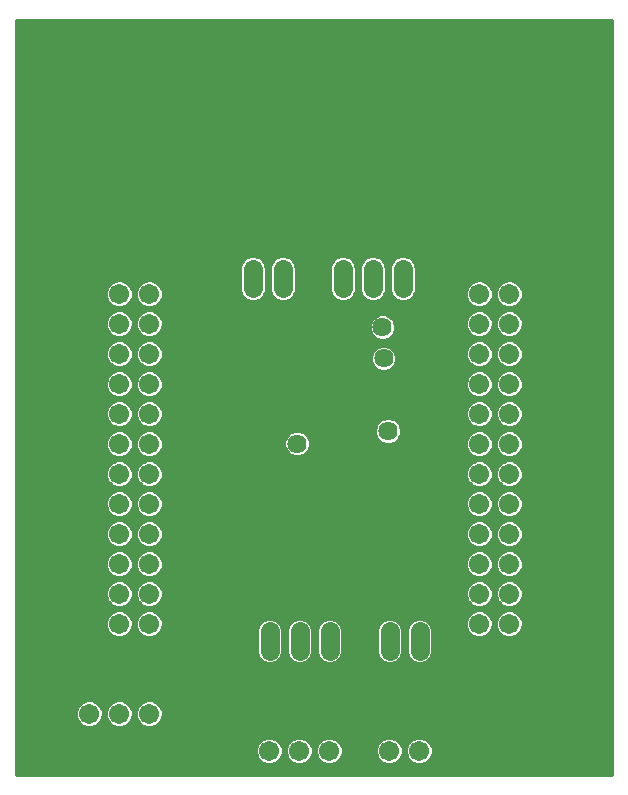
<source format=gbl>
G75*
G70*
%OFA0B0*%
%FSLAX24Y24*%
%IPPOS*%
%LPD*%
%AMOC8*
5,1,8,0,0,1.08239X$1,22.5*
%
%ADD10C,0.0673*%
%ADD11C,0.1400*%
%ADD12C,0.0640*%
%ADD13C,0.0640*%
%ADD14C,0.0160*%
D10*
X003050Y002650D03*
X004050Y002650D03*
X005050Y002650D03*
X007050Y001400D03*
X008050Y001400D03*
X009050Y001400D03*
X010050Y001400D03*
X011050Y001400D03*
X012050Y001400D03*
X013050Y001400D03*
X014050Y001400D03*
X016050Y002650D03*
X017050Y002650D03*
X018050Y002650D03*
X018050Y005650D03*
X018050Y006650D03*
X018050Y007650D03*
X018050Y008650D03*
X018050Y009650D03*
X018050Y010650D03*
X018050Y011650D03*
X018050Y012650D03*
X018050Y013650D03*
X018050Y014650D03*
X018050Y015650D03*
X018050Y016650D03*
X017050Y016650D03*
X016050Y016650D03*
X016050Y015650D03*
X016050Y014650D03*
X016050Y013650D03*
X016050Y012650D03*
X016050Y011650D03*
X016050Y010650D03*
X016050Y009650D03*
X016050Y008650D03*
X016050Y007650D03*
X016050Y006650D03*
X016050Y005650D03*
X017050Y005650D03*
X017050Y006650D03*
X017050Y007650D03*
X017050Y008650D03*
X017050Y009650D03*
X017050Y010650D03*
X017050Y011650D03*
X017050Y012650D03*
X017050Y013650D03*
X017050Y014650D03*
X017050Y015650D03*
X005050Y015650D03*
X004050Y015650D03*
X004050Y016650D03*
X005050Y016650D03*
X005050Y014650D03*
X004050Y014650D03*
X004050Y013650D03*
X004050Y012650D03*
X004050Y011650D03*
X004050Y010650D03*
X004050Y009650D03*
X004050Y008650D03*
X004050Y007650D03*
X004050Y006650D03*
X004050Y005650D03*
X005050Y005650D03*
X005050Y006650D03*
X005050Y007650D03*
X005050Y008650D03*
X005050Y009650D03*
X005050Y010650D03*
X005050Y011650D03*
X005050Y012650D03*
X005050Y013650D03*
X003050Y013650D03*
X003050Y014650D03*
X003050Y015650D03*
X003050Y016650D03*
X003050Y012650D03*
X003050Y011650D03*
X003050Y010650D03*
X003050Y009650D03*
X003050Y008650D03*
X003050Y007650D03*
X003050Y006650D03*
X003050Y005650D03*
D11*
X001300Y001400D03*
X001300Y018900D03*
X019800Y018900D03*
X019800Y001400D03*
D12*
X013000Y012070D03*
X012860Y014490D03*
X012820Y015530D03*
X009980Y011650D03*
D13*
X009500Y016830D02*
X009500Y017470D01*
X010500Y017470D02*
X010500Y016830D01*
X011500Y016830D02*
X011500Y017470D01*
X012500Y017470D02*
X012500Y016830D01*
X013500Y016830D02*
X013500Y017470D01*
X008500Y017470D02*
X008500Y016830D01*
X009060Y005390D02*
X009060Y004750D01*
X010060Y004750D02*
X010060Y005390D01*
X011060Y005390D02*
X011060Y004750D01*
X012060Y004750D02*
X012060Y005390D01*
X013060Y005390D02*
X013060Y004750D01*
X014060Y004750D02*
X014060Y005390D01*
D14*
X000650Y000650D02*
X000650Y025730D01*
X020430Y025730D01*
X020430Y000650D01*
X000650Y000650D01*
X000650Y000783D02*
X020430Y000783D01*
X020430Y000941D02*
X014188Y000941D01*
X014145Y000923D02*
X014320Y000996D01*
X014454Y001130D01*
X014527Y001305D01*
X014527Y001495D01*
X014454Y001670D01*
X014320Y001804D01*
X014145Y001876D01*
X013956Y001876D01*
X013780Y001804D01*
X013646Y001670D01*
X013574Y001495D01*
X013574Y001305D01*
X013646Y001130D01*
X013780Y000996D01*
X013956Y000923D01*
X014145Y000923D01*
X013913Y000941D02*
X013188Y000941D01*
X013145Y000923D02*
X013320Y000996D01*
X013454Y001130D01*
X013527Y001305D01*
X013527Y001495D01*
X013454Y001670D01*
X013320Y001804D01*
X013145Y001876D01*
X012956Y001876D01*
X012780Y001804D01*
X012646Y001670D01*
X012574Y001495D01*
X012574Y001305D01*
X012646Y001130D01*
X012780Y000996D01*
X012956Y000923D01*
X013145Y000923D01*
X012913Y000941D02*
X011188Y000941D01*
X011145Y000923D02*
X011320Y000996D01*
X011454Y001130D01*
X011527Y001305D01*
X011527Y001495D01*
X011454Y001670D01*
X011320Y001804D01*
X011145Y001876D01*
X010956Y001876D01*
X010780Y001804D01*
X010646Y001670D01*
X010574Y001495D01*
X010574Y001305D01*
X010646Y001130D01*
X010780Y000996D01*
X010956Y000923D01*
X011145Y000923D01*
X010913Y000941D02*
X010188Y000941D01*
X010145Y000923D02*
X010320Y000996D01*
X010454Y001130D01*
X010527Y001305D01*
X010527Y001495D01*
X010454Y001670D01*
X010320Y001804D01*
X010145Y001876D01*
X009956Y001876D01*
X009780Y001804D01*
X009646Y001670D01*
X009574Y001495D01*
X009574Y001305D01*
X009646Y001130D01*
X009780Y000996D01*
X009956Y000923D01*
X010145Y000923D01*
X009913Y000941D02*
X009188Y000941D01*
X009145Y000923D02*
X009320Y000996D01*
X009454Y001130D01*
X009527Y001305D01*
X009527Y001495D01*
X009454Y001670D01*
X009320Y001804D01*
X009145Y001876D01*
X008956Y001876D01*
X008780Y001804D01*
X008646Y001670D01*
X008574Y001495D01*
X008574Y001305D01*
X008646Y001130D01*
X008780Y000996D01*
X008956Y000923D01*
X009145Y000923D01*
X008913Y000941D02*
X000650Y000941D01*
X000650Y001100D02*
X008677Y001100D01*
X008593Y001258D02*
X000650Y001258D01*
X000650Y001417D02*
X008574Y001417D01*
X008607Y001575D02*
X000650Y001575D01*
X000650Y001734D02*
X008710Y001734D01*
X009390Y001734D02*
X009710Y001734D01*
X009607Y001575D02*
X009493Y001575D01*
X009527Y001417D02*
X009574Y001417D01*
X009593Y001258D02*
X009507Y001258D01*
X009424Y001100D02*
X009677Y001100D01*
X010424Y001100D02*
X010677Y001100D01*
X010593Y001258D02*
X010507Y001258D01*
X010527Y001417D02*
X010574Y001417D01*
X010607Y001575D02*
X010493Y001575D01*
X010390Y001734D02*
X010710Y001734D01*
X011390Y001734D02*
X012710Y001734D01*
X012607Y001575D02*
X011493Y001575D01*
X011527Y001417D02*
X012574Y001417D01*
X012593Y001258D02*
X011507Y001258D01*
X011424Y001100D02*
X012677Y001100D01*
X013424Y001100D02*
X013677Y001100D01*
X013593Y001258D02*
X013507Y001258D01*
X013527Y001417D02*
X013574Y001417D01*
X013607Y001575D02*
X013493Y001575D01*
X013390Y001734D02*
X013710Y001734D01*
X014390Y001734D02*
X020430Y001734D01*
X020430Y001892D02*
X000650Y001892D01*
X000650Y002051D02*
X020430Y002051D01*
X020430Y002210D02*
X005232Y002210D01*
X005145Y002173D02*
X005320Y002246D01*
X005454Y002380D01*
X005527Y002555D01*
X005527Y002745D01*
X005454Y002920D01*
X005320Y003054D01*
X005145Y003126D01*
X004956Y003126D01*
X004780Y003054D01*
X004646Y002920D01*
X004574Y002745D01*
X004574Y002555D01*
X004646Y002380D01*
X004780Y002246D01*
X004956Y002173D01*
X005145Y002173D01*
X004868Y002210D02*
X004232Y002210D01*
X004145Y002173D02*
X004320Y002246D01*
X004454Y002380D01*
X004527Y002555D01*
X004527Y002745D01*
X004454Y002920D01*
X004320Y003054D01*
X004145Y003126D01*
X003956Y003126D01*
X003780Y003054D01*
X003646Y002920D01*
X003574Y002745D01*
X003574Y002555D01*
X003646Y002380D01*
X003780Y002246D01*
X003956Y002173D01*
X004145Y002173D01*
X003868Y002210D02*
X003232Y002210D01*
X003145Y002173D02*
X003320Y002246D01*
X003454Y002380D01*
X003527Y002555D01*
X003527Y002745D01*
X003454Y002920D01*
X003320Y003054D01*
X003145Y003126D01*
X002956Y003126D01*
X002780Y003054D01*
X002646Y002920D01*
X002574Y002745D01*
X002574Y002555D01*
X002646Y002380D01*
X002780Y002246D01*
X002956Y002173D01*
X003145Y002173D01*
X002868Y002210D02*
X000650Y002210D01*
X000650Y002368D02*
X002658Y002368D01*
X002586Y002527D02*
X000650Y002527D01*
X000650Y002685D02*
X002574Y002685D01*
X002615Y002844D02*
X000650Y002844D01*
X000650Y003002D02*
X002729Y003002D01*
X003372Y003002D02*
X003729Y003002D01*
X003615Y002844D02*
X003486Y002844D01*
X003527Y002685D02*
X003574Y002685D01*
X003586Y002527D02*
X003515Y002527D01*
X003442Y002368D02*
X003658Y002368D01*
X004372Y003002D02*
X004729Y003002D01*
X004615Y002844D02*
X004486Y002844D01*
X004527Y002685D02*
X004574Y002685D01*
X004586Y002527D02*
X004515Y002527D01*
X004442Y002368D02*
X004658Y002368D01*
X005442Y002368D02*
X020430Y002368D01*
X020430Y002527D02*
X005515Y002527D01*
X005527Y002685D02*
X020430Y002685D01*
X020430Y002844D02*
X005486Y002844D01*
X005372Y003002D02*
X020430Y003002D01*
X020430Y003161D02*
X000650Y003161D01*
X000650Y003319D02*
X020430Y003319D01*
X020430Y003478D02*
X000650Y003478D01*
X000650Y003636D02*
X020430Y003636D01*
X020430Y003795D02*
X000650Y003795D01*
X000650Y003954D02*
X020430Y003954D01*
X020430Y004112D02*
X000650Y004112D01*
X000650Y004271D02*
X020430Y004271D01*
X020430Y004429D02*
X014390Y004429D01*
X014450Y004489D02*
X014520Y004658D01*
X014520Y005481D01*
X014450Y005650D01*
X014321Y005780D01*
X014152Y005850D01*
X013969Y005850D01*
X013800Y005780D01*
X013670Y005650D01*
X013600Y005481D01*
X013600Y004658D01*
X013670Y004489D01*
X013800Y004360D01*
X013969Y004290D01*
X014152Y004290D01*
X014321Y004360D01*
X014450Y004489D01*
X014491Y004588D02*
X020430Y004588D01*
X020430Y004746D02*
X014520Y004746D01*
X014520Y004905D02*
X020430Y004905D01*
X020430Y005063D02*
X014520Y005063D01*
X014520Y005222D02*
X015839Y005222D01*
X015780Y005246D02*
X015956Y005173D01*
X016145Y005173D01*
X016320Y005246D01*
X016454Y005380D01*
X016527Y005555D01*
X016527Y005745D01*
X016454Y005920D01*
X016320Y006054D01*
X016145Y006126D01*
X015956Y006126D01*
X015780Y006054D01*
X015646Y005920D01*
X015574Y005745D01*
X015574Y005555D01*
X015646Y005380D01*
X015780Y005246D01*
X015646Y005380D02*
X014520Y005380D01*
X014496Y005539D02*
X015580Y005539D01*
X015574Y005697D02*
X014403Y005697D01*
X013717Y005697D02*
X013403Y005697D01*
X013450Y005650D02*
X013321Y005780D01*
X013152Y005850D01*
X012969Y005850D01*
X012800Y005780D01*
X012670Y005650D01*
X012600Y005481D01*
X012600Y004658D01*
X012670Y004489D01*
X012800Y004360D01*
X012969Y004290D01*
X013152Y004290D01*
X013321Y004360D01*
X013450Y004489D01*
X013520Y004658D01*
X013520Y005481D01*
X013450Y005650D01*
X013496Y005539D02*
X013624Y005539D01*
X013600Y005380D02*
X013520Y005380D01*
X013520Y005222D02*
X013600Y005222D01*
X013600Y005063D02*
X013520Y005063D01*
X013520Y004905D02*
X013600Y004905D01*
X013600Y004746D02*
X013520Y004746D01*
X013491Y004588D02*
X013630Y004588D01*
X013731Y004429D02*
X013390Y004429D01*
X012731Y004429D02*
X011390Y004429D01*
X011450Y004489D02*
X011520Y004658D01*
X011520Y005481D01*
X011450Y005650D01*
X011321Y005780D01*
X011152Y005850D01*
X010969Y005850D01*
X010800Y005780D01*
X010670Y005650D01*
X010600Y005481D01*
X010600Y004658D01*
X010670Y004489D01*
X010800Y004360D01*
X010969Y004290D01*
X011152Y004290D01*
X011321Y004360D01*
X011450Y004489D01*
X011491Y004588D02*
X012630Y004588D01*
X012600Y004746D02*
X011520Y004746D01*
X011520Y004905D02*
X012600Y004905D01*
X012600Y005063D02*
X011520Y005063D01*
X011520Y005222D02*
X012600Y005222D01*
X012600Y005380D02*
X011520Y005380D01*
X011496Y005539D02*
X012624Y005539D01*
X012717Y005697D02*
X011403Y005697D01*
X010717Y005697D02*
X010403Y005697D01*
X010450Y005650D02*
X010321Y005780D01*
X010152Y005850D01*
X009969Y005850D01*
X009800Y005780D01*
X009670Y005650D01*
X009600Y005481D01*
X009600Y004658D01*
X009670Y004489D01*
X009800Y004360D01*
X009969Y004290D01*
X010152Y004290D01*
X010321Y004360D01*
X010450Y004489D01*
X010520Y004658D01*
X010520Y005481D01*
X010450Y005650D01*
X010496Y005539D02*
X010624Y005539D01*
X010600Y005380D02*
X010520Y005380D01*
X010520Y005222D02*
X010600Y005222D01*
X010600Y005063D02*
X010520Y005063D01*
X010520Y004905D02*
X010600Y004905D01*
X010600Y004746D02*
X010520Y004746D01*
X010491Y004588D02*
X010630Y004588D01*
X010731Y004429D02*
X010390Y004429D01*
X009731Y004429D02*
X009390Y004429D01*
X009450Y004489D02*
X009321Y004360D01*
X009152Y004290D01*
X008969Y004290D01*
X008800Y004360D01*
X008670Y004489D01*
X008600Y004658D01*
X008600Y005481D01*
X008670Y005650D01*
X008800Y005780D01*
X008969Y005850D01*
X009152Y005850D01*
X009321Y005780D01*
X009450Y005650D01*
X009520Y005481D01*
X009520Y004658D01*
X009450Y004489D01*
X009491Y004588D02*
X009630Y004588D01*
X009600Y004746D02*
X009520Y004746D01*
X009520Y004905D02*
X009600Y004905D01*
X009600Y005063D02*
X009520Y005063D01*
X009520Y005222D02*
X009600Y005222D01*
X009600Y005380D02*
X009520Y005380D01*
X009496Y005539D02*
X009624Y005539D01*
X009717Y005697D02*
X009403Y005697D01*
X008717Y005697D02*
X005527Y005697D01*
X005527Y005745D02*
X005454Y005920D01*
X005320Y006054D01*
X005145Y006126D01*
X004956Y006126D01*
X004780Y006054D01*
X004646Y005920D01*
X004574Y005745D01*
X004574Y005555D01*
X004646Y005380D01*
X004780Y005246D01*
X004956Y005173D01*
X005145Y005173D01*
X005320Y005246D01*
X005454Y005380D01*
X005527Y005555D01*
X005527Y005745D01*
X005481Y005856D02*
X015620Y005856D01*
X015741Y006015D02*
X005360Y006015D01*
X005320Y006246D02*
X005145Y006173D01*
X004956Y006173D01*
X004780Y006246D01*
X004646Y006380D01*
X004574Y006555D01*
X004574Y006745D01*
X004646Y006920D01*
X004780Y007054D01*
X004956Y007126D01*
X005145Y007126D01*
X005320Y007054D01*
X005454Y006920D01*
X005527Y006745D01*
X005527Y006555D01*
X005454Y006380D01*
X005320Y006246D01*
X005406Y006332D02*
X015695Y006332D01*
X015646Y006380D02*
X015780Y006246D01*
X015956Y006173D01*
X016145Y006173D01*
X016320Y006246D01*
X016454Y006380D01*
X016527Y006555D01*
X016527Y006745D01*
X016454Y006920D01*
X016320Y007054D01*
X016145Y007126D01*
X015956Y007126D01*
X015780Y007054D01*
X015646Y006920D01*
X015574Y006745D01*
X015574Y006555D01*
X015646Y006380D01*
X015601Y006490D02*
X005500Y006490D01*
X005527Y006649D02*
X015574Y006649D01*
X015600Y006807D02*
X005501Y006807D01*
X005408Y006966D02*
X015692Y006966D01*
X015780Y007246D02*
X015956Y007173D01*
X016145Y007173D01*
X016320Y007246D01*
X016454Y007380D01*
X016527Y007555D01*
X016527Y007745D01*
X016454Y007920D01*
X016320Y008054D01*
X016145Y008126D01*
X015956Y008126D01*
X015780Y008054D01*
X015646Y007920D01*
X015574Y007745D01*
X015574Y007555D01*
X015646Y007380D01*
X015780Y007246D01*
X015743Y007283D02*
X005357Y007283D01*
X005320Y007246D02*
X005454Y007380D01*
X005527Y007555D01*
X005527Y007745D01*
X005454Y007920D01*
X005320Y008054D01*
X005145Y008126D01*
X004956Y008126D01*
X004780Y008054D01*
X004646Y007920D01*
X004574Y007745D01*
X004574Y007555D01*
X004646Y007380D01*
X004780Y007246D01*
X004956Y007173D01*
X005145Y007173D01*
X005320Y007246D01*
X005150Y007124D02*
X015951Y007124D01*
X016150Y007124D02*
X016951Y007124D01*
X016956Y007126D02*
X016780Y007054D01*
X016646Y006920D01*
X016574Y006745D01*
X016574Y006555D01*
X016646Y006380D01*
X016780Y006246D01*
X016956Y006173D01*
X017145Y006173D01*
X017320Y006246D01*
X017454Y006380D01*
X017527Y006555D01*
X017527Y006745D01*
X017454Y006920D01*
X017320Y007054D01*
X017145Y007126D01*
X016956Y007126D01*
X016956Y007173D02*
X017145Y007173D01*
X017320Y007246D01*
X017454Y007380D01*
X017527Y007555D01*
X017527Y007745D01*
X017454Y007920D01*
X017320Y008054D01*
X017145Y008126D01*
X016956Y008126D01*
X016780Y008054D01*
X016646Y007920D01*
X016574Y007745D01*
X016574Y007555D01*
X016646Y007380D01*
X016780Y007246D01*
X016956Y007173D01*
X017150Y007124D02*
X020430Y007124D01*
X020430Y006966D02*
X017408Y006966D01*
X017501Y006807D02*
X020430Y006807D01*
X020430Y006649D02*
X017527Y006649D01*
X017500Y006490D02*
X020430Y006490D01*
X020430Y006332D02*
X017406Y006332D01*
X017320Y006054D02*
X017145Y006126D01*
X016956Y006126D01*
X016780Y006054D01*
X016646Y005920D01*
X016574Y005745D01*
X016574Y005555D01*
X016646Y005380D01*
X016780Y005246D01*
X016956Y005173D01*
X017145Y005173D01*
X017320Y005246D01*
X017454Y005380D01*
X017527Y005555D01*
X017527Y005745D01*
X017454Y005920D01*
X017320Y006054D01*
X017360Y006015D02*
X020430Y006015D01*
X020430Y006173D02*
X000650Y006173D01*
X000650Y006015D02*
X003741Y006015D01*
X003780Y006054D02*
X003646Y005920D01*
X003574Y005745D01*
X003574Y005555D01*
X003646Y005380D01*
X003780Y005246D01*
X003956Y005173D01*
X004145Y005173D01*
X004320Y005246D01*
X004454Y005380D01*
X004527Y005555D01*
X004527Y005745D01*
X004454Y005920D01*
X004320Y006054D01*
X004145Y006126D01*
X003956Y006126D01*
X003780Y006054D01*
X003780Y006246D02*
X003956Y006173D01*
X004145Y006173D01*
X004320Y006246D01*
X004454Y006380D01*
X004527Y006555D01*
X004527Y006745D01*
X004454Y006920D01*
X004320Y007054D01*
X004145Y007126D01*
X003956Y007126D01*
X003780Y007054D01*
X003646Y006920D01*
X003574Y006745D01*
X003574Y006555D01*
X003646Y006380D01*
X003780Y006246D01*
X003695Y006332D02*
X000650Y006332D01*
X000650Y006490D02*
X003601Y006490D01*
X003574Y006649D02*
X000650Y006649D01*
X000650Y006807D02*
X003600Y006807D01*
X003692Y006966D02*
X000650Y006966D01*
X000650Y007124D02*
X003951Y007124D01*
X003956Y007173D02*
X004145Y007173D01*
X004320Y007246D01*
X004454Y007380D01*
X004527Y007555D01*
X004527Y007745D01*
X004454Y007920D01*
X004320Y008054D01*
X004145Y008126D01*
X003956Y008126D01*
X003780Y008054D01*
X003646Y007920D01*
X003574Y007745D01*
X003574Y007555D01*
X003646Y007380D01*
X003780Y007246D01*
X003956Y007173D01*
X004150Y007124D02*
X004951Y007124D01*
X004743Y007283D02*
X004357Y007283D01*
X004480Y007441D02*
X004621Y007441D01*
X004574Y007600D02*
X004527Y007600D01*
X004521Y007759D02*
X004580Y007759D01*
X004645Y007917D02*
X004455Y007917D01*
X004268Y008076D02*
X004833Y008076D01*
X004956Y008173D02*
X004780Y008246D01*
X004646Y008380D01*
X004574Y008555D01*
X004574Y008745D01*
X004646Y008920D01*
X004780Y009054D01*
X004956Y009126D01*
X005145Y009126D01*
X005320Y009054D01*
X005454Y008920D01*
X005527Y008745D01*
X005527Y008555D01*
X005454Y008380D01*
X005320Y008246D01*
X005145Y008173D01*
X004956Y008173D01*
X004809Y008234D02*
X004292Y008234D01*
X004320Y008246D02*
X004454Y008380D01*
X004527Y008555D01*
X004527Y008745D01*
X004454Y008920D01*
X004320Y009054D01*
X004145Y009126D01*
X003956Y009126D01*
X003780Y009054D01*
X003646Y008920D01*
X003574Y008745D01*
X003574Y008555D01*
X003646Y008380D01*
X003780Y008246D01*
X003956Y008173D01*
X004145Y008173D01*
X004320Y008246D01*
X004460Y008393D02*
X004641Y008393D01*
X004575Y008551D02*
X004525Y008551D01*
X004527Y008710D02*
X004574Y008710D01*
X004625Y008868D02*
X004476Y008868D01*
X004347Y009027D02*
X004753Y009027D01*
X004780Y009246D02*
X004956Y009173D01*
X005145Y009173D01*
X005320Y009246D01*
X005454Y009380D01*
X005527Y009555D01*
X005527Y009745D01*
X005454Y009920D01*
X005320Y010054D01*
X005145Y010126D01*
X004956Y010126D01*
X004780Y010054D01*
X004646Y009920D01*
X004574Y009745D01*
X004574Y009555D01*
X004646Y009380D01*
X004780Y009246D01*
X004682Y009344D02*
X004418Y009344D01*
X004454Y009380D02*
X004320Y009246D01*
X004145Y009173D01*
X003956Y009173D01*
X003780Y009246D01*
X003646Y009380D01*
X003574Y009555D01*
X003574Y009745D01*
X003646Y009920D01*
X003780Y010054D01*
X003956Y010126D01*
X004145Y010126D01*
X004320Y010054D01*
X004454Y009920D01*
X004527Y009745D01*
X004527Y009555D01*
X004454Y009380D01*
X004505Y009503D02*
X004596Y009503D01*
X004574Y009661D02*
X004527Y009661D01*
X004496Y009820D02*
X004605Y009820D01*
X004705Y009978D02*
X004396Y009978D01*
X004320Y010246D02*
X004145Y010173D01*
X003956Y010173D01*
X003780Y010246D01*
X003646Y010380D01*
X003574Y010555D01*
X003574Y010745D01*
X003646Y010920D01*
X003780Y011054D01*
X003956Y011126D01*
X004145Y011126D01*
X004320Y011054D01*
X004454Y010920D01*
X004527Y010745D01*
X004527Y010555D01*
X004454Y010380D01*
X004320Y010246D01*
X004370Y010295D02*
X004731Y010295D01*
X004780Y010246D02*
X004646Y010380D01*
X004574Y010555D01*
X004574Y010745D01*
X004646Y010920D01*
X004780Y011054D01*
X004956Y011126D01*
X005145Y011126D01*
X005320Y011054D01*
X005454Y010920D01*
X005527Y010745D01*
X005527Y010555D01*
X005454Y010380D01*
X005320Y010246D01*
X005145Y010173D01*
X004956Y010173D01*
X004780Y010246D01*
X004616Y010454D02*
X004485Y010454D01*
X004527Y010612D02*
X004574Y010612D01*
X004585Y010771D02*
X004516Y010771D01*
X004445Y010929D02*
X004656Y010929D01*
X004863Y011088D02*
X004238Y011088D01*
X004145Y011173D02*
X004320Y011246D01*
X004454Y011380D01*
X004527Y011555D01*
X004527Y011745D01*
X004454Y011920D01*
X004320Y012054D01*
X004145Y012126D01*
X003956Y012126D01*
X003780Y012054D01*
X003646Y011920D01*
X003574Y011745D01*
X003574Y011555D01*
X003646Y011380D01*
X003780Y011246D01*
X003956Y011173D01*
X004145Y011173D01*
X004321Y011246D02*
X004780Y011246D01*
X004956Y011173D01*
X005145Y011173D01*
X005320Y011246D01*
X005454Y011380D01*
X005527Y011555D01*
X005527Y011745D01*
X005454Y011920D01*
X005320Y012054D01*
X005145Y012126D01*
X004956Y012126D01*
X004780Y012054D01*
X004646Y011920D01*
X004574Y011745D01*
X004574Y011555D01*
X004646Y011380D01*
X004780Y011246D01*
X004636Y011405D02*
X004465Y011405D01*
X004527Y011564D02*
X004574Y011564D01*
X004574Y011722D02*
X004527Y011722D01*
X004471Y011881D02*
X004630Y011881D01*
X004766Y012039D02*
X004335Y012039D01*
X004204Y012198D02*
X004897Y012198D01*
X004956Y012173D02*
X005145Y012173D01*
X005320Y012246D01*
X005454Y012380D01*
X005527Y012555D01*
X005527Y012745D01*
X005454Y012920D01*
X005320Y013054D01*
X005145Y013126D01*
X004956Y013126D01*
X004780Y013054D01*
X004646Y012920D01*
X004574Y012745D01*
X004574Y012555D01*
X004646Y012380D01*
X004780Y012246D01*
X004956Y012173D01*
X005204Y012198D02*
X012555Y012198D01*
X012540Y012161D02*
X012540Y011978D01*
X012610Y011809D01*
X012740Y011680D01*
X012909Y011610D01*
X013092Y011610D01*
X013261Y011680D01*
X013390Y011809D01*
X013460Y011978D01*
X013460Y012161D01*
X013390Y012330D01*
X013261Y012460D01*
X013092Y012530D01*
X012909Y012530D01*
X012740Y012460D01*
X012610Y012330D01*
X012540Y012161D01*
X012540Y012039D02*
X010241Y012039D01*
X010241Y012040D02*
X010072Y012110D01*
X009889Y012110D01*
X009720Y012040D01*
X009590Y011910D01*
X009520Y011741D01*
X009520Y011558D01*
X009590Y011389D01*
X009720Y011260D01*
X009889Y011190D01*
X010072Y011190D01*
X010241Y011260D01*
X010370Y011389D01*
X010440Y011558D01*
X010440Y011741D01*
X010370Y011910D01*
X010241Y012040D01*
X010383Y011881D02*
X012581Y011881D01*
X012698Y011722D02*
X010440Y011722D01*
X010440Y011564D02*
X015574Y011564D01*
X015574Y011555D02*
X015646Y011380D01*
X015780Y011246D01*
X015956Y011173D01*
X016145Y011173D01*
X016320Y011246D01*
X016454Y011380D01*
X016527Y011555D01*
X016527Y011745D01*
X016454Y011920D01*
X016320Y012054D01*
X016145Y012126D01*
X015956Y012126D01*
X015780Y012054D01*
X015646Y011920D01*
X015574Y011745D01*
X015574Y011555D01*
X015636Y011405D02*
X010377Y011405D01*
X010208Y011246D02*
X015780Y011246D01*
X015863Y011088D02*
X005238Y011088D01*
X005321Y011246D02*
X009752Y011246D01*
X009584Y011405D02*
X005465Y011405D01*
X005527Y011564D02*
X009520Y011564D01*
X009520Y011722D02*
X005527Y011722D01*
X005471Y011881D02*
X009578Y011881D01*
X009719Y012039D02*
X005335Y012039D01*
X005431Y012356D02*
X012636Y012356D01*
X012872Y012515D02*
X005510Y012515D01*
X005527Y012673D02*
X015574Y012673D01*
X015574Y012745D02*
X015574Y012555D01*
X015646Y012380D01*
X015780Y012246D01*
X015956Y012173D01*
X016145Y012173D01*
X016320Y012246D01*
X016454Y012380D01*
X016527Y012555D01*
X016527Y012745D01*
X016454Y012920D01*
X016320Y013054D01*
X016145Y013126D01*
X015956Y013126D01*
X015780Y013054D01*
X015646Y012920D01*
X015574Y012745D01*
X015610Y012832D02*
X005491Y012832D01*
X005384Y012990D02*
X015717Y012990D01*
X015780Y013246D02*
X015956Y013173D01*
X016145Y013173D01*
X016320Y013246D01*
X016454Y013380D01*
X016527Y013555D01*
X016527Y013745D01*
X016454Y013920D01*
X016320Y014054D01*
X016145Y014126D01*
X015956Y014126D01*
X015780Y014054D01*
X015646Y013920D01*
X015574Y013745D01*
X015574Y013555D01*
X015646Y013380D01*
X015780Y013246D01*
X015719Y013308D02*
X005382Y013308D01*
X005320Y013246D02*
X005454Y013380D01*
X005527Y013555D01*
X005527Y013745D01*
X005454Y013920D01*
X005320Y014054D01*
X005145Y014126D01*
X004956Y014126D01*
X004780Y014054D01*
X004646Y013920D01*
X004574Y013745D01*
X004574Y013555D01*
X004646Y013380D01*
X004780Y013246D01*
X004956Y013173D01*
X005145Y013173D01*
X005320Y013246D01*
X005490Y013466D02*
X015611Y013466D01*
X015574Y013625D02*
X005527Y013625D01*
X005511Y013783D02*
X015590Y013783D01*
X015668Y013942D02*
X005432Y013942D01*
X005208Y014100D02*
X012599Y014100D01*
X012600Y014100D02*
X012769Y014030D01*
X012952Y014030D01*
X013121Y014100D01*
X013250Y014229D01*
X013320Y014398D01*
X013320Y014581D01*
X013250Y014750D01*
X013121Y014880D01*
X012952Y014950D01*
X012769Y014950D01*
X012600Y014880D01*
X012470Y014750D01*
X012400Y014581D01*
X012400Y014398D01*
X012470Y014229D01*
X012600Y014100D01*
X012458Y014259D02*
X005333Y014259D01*
X005320Y014246D02*
X005454Y014380D01*
X005527Y014555D01*
X005527Y014745D01*
X005454Y014920D01*
X005320Y015054D01*
X005145Y015126D01*
X004956Y015126D01*
X004780Y015054D01*
X004646Y014920D01*
X004574Y014745D01*
X004574Y014555D01*
X004646Y014380D01*
X004780Y014246D01*
X004956Y014173D01*
X005145Y014173D01*
X005320Y014246D01*
X005470Y014417D02*
X012400Y014417D01*
X012400Y014576D02*
X005527Y014576D01*
X005527Y014734D02*
X012464Y014734D01*
X012631Y014893D02*
X005465Y014893D01*
X005323Y015052D02*
X015778Y015052D01*
X015780Y015054D02*
X015646Y014920D01*
X015574Y014745D01*
X015574Y014555D01*
X015646Y014380D01*
X015780Y014246D01*
X015956Y014173D01*
X016145Y014173D01*
X016320Y014246D01*
X016454Y014380D01*
X016527Y014555D01*
X016527Y014745D01*
X016454Y014920D01*
X016320Y015054D01*
X016145Y015126D01*
X015956Y015126D01*
X015780Y015054D01*
X015867Y015210D02*
X013151Y015210D01*
X013210Y015269D02*
X013280Y015438D01*
X013280Y015621D01*
X013210Y015790D01*
X013081Y015920D01*
X012912Y015990D01*
X012729Y015990D01*
X012560Y015920D01*
X012430Y015790D01*
X012360Y015621D01*
X012360Y015438D01*
X012430Y015269D01*
X012560Y015140D01*
X012729Y015070D01*
X012912Y015070D01*
X013081Y015140D01*
X013210Y015269D01*
X013251Y015369D02*
X015658Y015369D01*
X015646Y015380D02*
X015780Y015246D01*
X015956Y015173D01*
X016145Y015173D01*
X016320Y015246D01*
X016454Y015380D01*
X016527Y015555D01*
X016527Y015745D01*
X016454Y015920D01*
X016320Y016054D01*
X016145Y016126D01*
X015956Y016126D01*
X015780Y016054D01*
X015646Y015920D01*
X015574Y015745D01*
X015574Y015555D01*
X015646Y015380D01*
X015585Y015527D02*
X013280Y015527D01*
X013254Y015686D02*
X015574Y015686D01*
X015615Y015844D02*
X013156Y015844D01*
X013409Y016370D02*
X013240Y016440D01*
X013110Y016569D01*
X013040Y016738D01*
X013040Y017561D01*
X013110Y017730D01*
X013240Y017860D01*
X013409Y017930D01*
X013592Y017930D01*
X013761Y017860D01*
X013890Y017730D01*
X013960Y017561D01*
X013960Y016738D01*
X013890Y016569D01*
X013761Y016440D01*
X013592Y016370D01*
X013409Y016370D01*
X013201Y016478D02*
X012799Y016478D01*
X012761Y016440D02*
X012890Y016569D01*
X012960Y016738D01*
X012960Y017561D01*
X012890Y017730D01*
X012761Y017860D01*
X012592Y017930D01*
X012409Y017930D01*
X012240Y017860D01*
X012110Y017730D01*
X012040Y017561D01*
X012040Y016738D01*
X012110Y016569D01*
X012240Y016440D01*
X012409Y016370D01*
X012592Y016370D01*
X012761Y016440D01*
X012918Y016637D02*
X013082Y016637D01*
X013040Y016796D02*
X012960Y016796D01*
X012960Y016954D02*
X013040Y016954D01*
X013040Y017113D02*
X012960Y017113D01*
X012960Y017271D02*
X013040Y017271D01*
X013040Y017430D02*
X012960Y017430D01*
X012949Y017588D02*
X013051Y017588D01*
X013127Y017747D02*
X012874Y017747D01*
X012651Y017905D02*
X013349Y017905D01*
X013651Y017905D02*
X020430Y017905D01*
X020430Y017747D02*
X013874Y017747D01*
X013949Y017588D02*
X020430Y017588D01*
X020430Y017430D02*
X013960Y017430D01*
X013960Y017271D02*
X020430Y017271D01*
X020430Y017113D02*
X017178Y017113D01*
X017145Y017126D02*
X016956Y017126D01*
X016780Y017054D01*
X016646Y016920D01*
X016574Y016745D01*
X016574Y016555D01*
X016646Y016380D01*
X016780Y016246D01*
X016956Y016173D01*
X017145Y016173D01*
X017320Y016246D01*
X017454Y016380D01*
X017527Y016555D01*
X017527Y016745D01*
X017454Y016920D01*
X017320Y017054D01*
X017145Y017126D01*
X016922Y017113D02*
X016178Y017113D01*
X016145Y017126D02*
X015956Y017126D01*
X015780Y017054D01*
X015646Y016920D01*
X015574Y016745D01*
X015574Y016555D01*
X015646Y016380D01*
X015780Y016246D01*
X015956Y016173D01*
X016145Y016173D01*
X016320Y016246D01*
X016454Y016380D01*
X016527Y016555D01*
X016527Y016745D01*
X016454Y016920D01*
X016320Y017054D01*
X016145Y017126D01*
X015922Y017113D02*
X013960Y017113D01*
X013960Y016954D02*
X015681Y016954D01*
X015595Y016796D02*
X013960Y016796D01*
X013918Y016637D02*
X015574Y016637D01*
X015606Y016478D02*
X013799Y016478D01*
X012484Y015844D02*
X005486Y015844D01*
X005454Y015920D02*
X005527Y015745D01*
X005527Y015555D01*
X005454Y015380D01*
X005320Y015246D01*
X005145Y015173D01*
X004956Y015173D01*
X004780Y015246D01*
X004646Y015380D01*
X004574Y015555D01*
X004574Y015745D01*
X004646Y015920D01*
X004780Y016054D01*
X004956Y016126D01*
X005145Y016126D01*
X005320Y016054D01*
X005454Y015920D01*
X005371Y016003D02*
X015729Y016003D01*
X015706Y016320D02*
X005394Y016320D01*
X005454Y016380D02*
X005320Y016246D01*
X005145Y016173D01*
X004956Y016173D01*
X004780Y016246D01*
X004646Y016380D01*
X004574Y016555D01*
X004574Y016745D01*
X004646Y016920D01*
X004780Y017054D01*
X004956Y017126D01*
X005145Y017126D01*
X005320Y017054D01*
X005454Y016920D01*
X005527Y016745D01*
X005527Y016555D01*
X005454Y016380D01*
X005495Y016478D02*
X008201Y016478D01*
X008240Y016440D02*
X008110Y016569D01*
X008040Y016738D01*
X008040Y017561D01*
X008110Y017730D01*
X008240Y017860D01*
X008409Y017930D01*
X008592Y017930D01*
X008761Y017860D01*
X008890Y017730D01*
X008960Y017561D01*
X008960Y016738D01*
X008890Y016569D01*
X008761Y016440D01*
X008592Y016370D01*
X008409Y016370D01*
X008240Y016440D01*
X008082Y016637D02*
X005527Y016637D01*
X005506Y016796D02*
X008040Y016796D01*
X008040Y016954D02*
X005420Y016954D01*
X005178Y017113D02*
X008040Y017113D01*
X008040Y017271D02*
X000650Y017271D01*
X000650Y017113D02*
X003922Y017113D01*
X003956Y017126D02*
X003780Y017054D01*
X003646Y016920D01*
X003574Y016745D01*
X003574Y016555D01*
X003646Y016380D01*
X003780Y016246D01*
X003956Y016173D01*
X004145Y016173D01*
X004320Y016246D01*
X004454Y016380D01*
X004527Y016555D01*
X004527Y016745D01*
X004454Y016920D01*
X004320Y017054D01*
X004145Y017126D01*
X003956Y017126D01*
X004178Y017113D02*
X004922Y017113D01*
X004681Y016954D02*
X004420Y016954D01*
X004506Y016796D02*
X004595Y016796D01*
X004574Y016637D02*
X004527Y016637D01*
X004495Y016478D02*
X004606Y016478D01*
X004706Y016320D02*
X004394Y016320D01*
X004320Y016054D02*
X004145Y016126D01*
X003956Y016126D01*
X003780Y016054D01*
X003646Y015920D01*
X003574Y015745D01*
X003574Y015555D01*
X003646Y015380D01*
X003780Y015246D01*
X003956Y015173D01*
X004145Y015173D01*
X004320Y015246D01*
X004454Y015380D01*
X004527Y015555D01*
X004527Y015745D01*
X004454Y015920D01*
X004320Y016054D01*
X004371Y016003D02*
X004729Y016003D01*
X004615Y015844D02*
X004486Y015844D01*
X004527Y015686D02*
X004574Y015686D01*
X004585Y015527D02*
X004515Y015527D01*
X004443Y015369D02*
X004658Y015369D01*
X004867Y015210D02*
X004234Y015210D01*
X004145Y015126D02*
X004320Y015054D01*
X004454Y014920D01*
X004527Y014745D01*
X004527Y014555D01*
X004454Y014380D01*
X004320Y014246D01*
X004145Y014173D01*
X003956Y014173D01*
X003780Y014246D01*
X003646Y014380D01*
X003574Y014555D01*
X003574Y014745D01*
X003646Y014920D01*
X003780Y015054D01*
X003956Y015126D01*
X004145Y015126D01*
X004323Y015052D02*
X004778Y015052D01*
X004635Y014893D02*
X004465Y014893D01*
X004527Y014734D02*
X004574Y014734D01*
X004574Y014576D02*
X004527Y014576D01*
X004470Y014417D02*
X004631Y014417D01*
X004767Y014259D02*
X004333Y014259D01*
X004208Y014100D02*
X004892Y014100D01*
X004668Y013942D02*
X004432Y013942D01*
X004454Y013920D02*
X004320Y014054D01*
X004145Y014126D01*
X003956Y014126D01*
X003780Y014054D01*
X003646Y013920D01*
X003574Y013745D01*
X003574Y013555D01*
X003646Y013380D01*
X003780Y013246D01*
X003956Y013173D01*
X004145Y013173D01*
X004320Y013246D01*
X004454Y013380D01*
X004527Y013555D01*
X004527Y013745D01*
X004454Y013920D01*
X004511Y013783D02*
X004590Y013783D01*
X004574Y013625D02*
X004527Y013625D01*
X004490Y013466D02*
X004611Y013466D01*
X004719Y013308D02*
X004382Y013308D01*
X004320Y013054D02*
X004145Y013126D01*
X003956Y013126D01*
X003780Y013054D01*
X003646Y012920D01*
X003574Y012745D01*
X003574Y012555D01*
X003646Y012380D01*
X003780Y012246D01*
X003956Y012173D01*
X004145Y012173D01*
X004320Y012246D01*
X004454Y012380D01*
X004527Y012555D01*
X004527Y012745D01*
X004454Y012920D01*
X004320Y013054D01*
X004384Y012990D02*
X004717Y012990D01*
X004610Y012832D02*
X004491Y012832D01*
X004527Y012673D02*
X004574Y012673D01*
X004590Y012515D02*
X004510Y012515D01*
X004431Y012356D02*
X004670Y012356D01*
X003897Y012198D02*
X000650Y012198D01*
X000650Y012356D02*
X003670Y012356D01*
X003590Y012515D02*
X000650Y012515D01*
X000650Y012673D02*
X003574Y012673D01*
X003610Y012832D02*
X000650Y012832D01*
X000650Y012990D02*
X003717Y012990D01*
X003719Y013308D02*
X000650Y013308D01*
X000650Y013466D02*
X003611Y013466D01*
X003574Y013625D02*
X000650Y013625D01*
X000650Y013783D02*
X003590Y013783D01*
X003668Y013942D02*
X000650Y013942D01*
X000650Y014100D02*
X003892Y014100D01*
X003767Y014259D02*
X000650Y014259D01*
X000650Y014417D02*
X003631Y014417D01*
X003574Y014576D02*
X000650Y014576D01*
X000650Y014734D02*
X003574Y014734D01*
X003635Y014893D02*
X000650Y014893D01*
X000650Y015052D02*
X003778Y015052D01*
X003867Y015210D02*
X000650Y015210D01*
X000650Y015369D02*
X003658Y015369D01*
X003585Y015527D02*
X000650Y015527D01*
X000650Y015686D02*
X003574Y015686D01*
X003615Y015844D02*
X000650Y015844D01*
X000650Y016003D02*
X003729Y016003D01*
X003706Y016320D02*
X000650Y016320D01*
X000650Y016478D02*
X003606Y016478D01*
X003574Y016637D02*
X000650Y016637D01*
X000650Y016796D02*
X003595Y016796D01*
X003681Y016954D02*
X000650Y016954D01*
X000650Y017430D02*
X008040Y017430D01*
X008051Y017588D02*
X000650Y017588D01*
X000650Y017747D02*
X008127Y017747D01*
X008349Y017905D02*
X000650Y017905D01*
X000650Y018064D02*
X020430Y018064D01*
X020430Y018222D02*
X000650Y018222D01*
X000650Y018381D02*
X020430Y018381D01*
X020430Y018539D02*
X000650Y018539D01*
X000650Y018698D02*
X020430Y018698D01*
X020430Y018857D02*
X000650Y018857D01*
X000650Y019015D02*
X020430Y019015D01*
X020430Y019174D02*
X000650Y019174D01*
X000650Y019332D02*
X020430Y019332D01*
X020430Y019491D02*
X000650Y019491D01*
X000650Y019649D02*
X020430Y019649D01*
X020430Y019808D02*
X000650Y019808D01*
X000650Y019966D02*
X020430Y019966D01*
X020430Y020125D02*
X000650Y020125D01*
X000650Y020283D02*
X020430Y020283D01*
X020430Y020442D02*
X000650Y020442D01*
X000650Y020601D02*
X020430Y020601D01*
X020430Y020759D02*
X000650Y020759D01*
X000650Y020918D02*
X020430Y020918D01*
X020430Y021076D02*
X000650Y021076D01*
X000650Y021235D02*
X020430Y021235D01*
X020430Y021393D02*
X000650Y021393D01*
X000650Y021552D02*
X020430Y021552D01*
X020430Y021710D02*
X000650Y021710D01*
X000650Y021869D02*
X020430Y021869D01*
X020430Y022027D02*
X000650Y022027D01*
X000650Y022186D02*
X020430Y022186D01*
X020430Y022345D02*
X000650Y022345D01*
X000650Y022503D02*
X020430Y022503D01*
X020430Y022662D02*
X000650Y022662D01*
X000650Y022820D02*
X020430Y022820D01*
X020430Y022979D02*
X000650Y022979D01*
X000650Y023137D02*
X020430Y023137D01*
X020430Y023296D02*
X000650Y023296D01*
X000650Y023454D02*
X020430Y023454D01*
X020430Y023613D02*
X000650Y023613D01*
X000650Y023771D02*
X020430Y023771D01*
X020430Y023930D02*
X000650Y023930D01*
X000650Y024089D02*
X020430Y024089D01*
X020430Y024247D02*
X000650Y024247D01*
X000650Y024406D02*
X020430Y024406D01*
X020430Y024564D02*
X000650Y024564D01*
X000650Y024723D02*
X020430Y024723D01*
X020430Y024881D02*
X000650Y024881D01*
X000650Y025040D02*
X020430Y025040D01*
X020430Y025198D02*
X000650Y025198D01*
X000650Y025357D02*
X020430Y025357D01*
X020430Y025515D02*
X000650Y025515D01*
X000650Y025674D02*
X020430Y025674D01*
X020430Y016954D02*
X017420Y016954D01*
X017506Y016796D02*
X020430Y016796D01*
X020430Y016637D02*
X017527Y016637D01*
X017495Y016478D02*
X020430Y016478D01*
X020430Y016320D02*
X017394Y016320D01*
X017320Y016054D02*
X017145Y016126D01*
X016956Y016126D01*
X016780Y016054D01*
X016646Y015920D01*
X016574Y015745D01*
X016574Y015555D01*
X016646Y015380D01*
X016780Y015246D01*
X016956Y015173D01*
X017145Y015173D01*
X017320Y015246D01*
X017454Y015380D01*
X017527Y015555D01*
X017527Y015745D01*
X017454Y015920D01*
X017320Y016054D01*
X017371Y016003D02*
X020430Y016003D01*
X020430Y016161D02*
X000650Y016161D01*
X000650Y013149D02*
X020430Y013149D01*
X020430Y012990D02*
X017384Y012990D01*
X017320Y013054D02*
X017145Y013126D01*
X016956Y013126D01*
X016780Y013054D01*
X016646Y012920D01*
X016574Y012745D01*
X016574Y012555D01*
X016646Y012380D01*
X016780Y012246D01*
X016956Y012173D01*
X017145Y012173D01*
X017320Y012246D01*
X017454Y012380D01*
X017527Y012555D01*
X017527Y012745D01*
X017454Y012920D01*
X017320Y013054D01*
X017320Y013246D02*
X017454Y013380D01*
X017527Y013555D01*
X017527Y013745D01*
X017454Y013920D01*
X017320Y014054D01*
X017145Y014126D01*
X016956Y014126D01*
X016780Y014054D01*
X016646Y013920D01*
X016574Y013745D01*
X016574Y013555D01*
X016646Y013380D01*
X016780Y013246D01*
X016956Y013173D01*
X017145Y013173D01*
X017320Y013246D01*
X017382Y013308D02*
X020430Y013308D01*
X020430Y013466D02*
X017490Y013466D01*
X017527Y013625D02*
X020430Y013625D01*
X020430Y013783D02*
X017511Y013783D01*
X017432Y013942D02*
X020430Y013942D01*
X020430Y014100D02*
X017208Y014100D01*
X017145Y014173D02*
X017320Y014246D01*
X017454Y014380D01*
X017527Y014555D01*
X017527Y014745D01*
X017454Y014920D01*
X017320Y015054D01*
X017145Y015126D01*
X016956Y015126D01*
X016780Y015054D01*
X016646Y014920D01*
X016574Y014745D01*
X016574Y014555D01*
X016646Y014380D01*
X016780Y014246D01*
X016956Y014173D01*
X017145Y014173D01*
X017333Y014259D02*
X020430Y014259D01*
X020430Y014417D02*
X017470Y014417D01*
X017527Y014576D02*
X020430Y014576D01*
X020430Y014734D02*
X017527Y014734D01*
X017465Y014893D02*
X020430Y014893D01*
X020430Y015052D02*
X017323Y015052D01*
X017234Y015210D02*
X020430Y015210D01*
X020430Y015369D02*
X017443Y015369D01*
X017515Y015527D02*
X020430Y015527D01*
X020430Y015686D02*
X017527Y015686D01*
X017486Y015844D02*
X020430Y015844D01*
X020430Y012832D02*
X017491Y012832D01*
X017527Y012673D02*
X020430Y012673D01*
X020430Y012515D02*
X017510Y012515D01*
X017431Y012356D02*
X020430Y012356D01*
X020430Y012198D02*
X017204Y012198D01*
X017145Y012126D02*
X016956Y012126D01*
X016780Y012054D01*
X016646Y011920D01*
X016574Y011745D01*
X016574Y011555D01*
X016646Y011380D01*
X016780Y011246D01*
X016956Y011173D01*
X017145Y011173D01*
X017320Y011246D01*
X017454Y011380D01*
X017527Y011555D01*
X017527Y011745D01*
X017454Y011920D01*
X017320Y012054D01*
X017145Y012126D01*
X017335Y012039D02*
X020430Y012039D01*
X020430Y011881D02*
X017471Y011881D01*
X017527Y011722D02*
X020430Y011722D01*
X020430Y011564D02*
X017527Y011564D01*
X017465Y011405D02*
X020430Y011405D01*
X020430Y011246D02*
X017321Y011246D01*
X017238Y011088D02*
X020430Y011088D01*
X020430Y010929D02*
X017445Y010929D01*
X017454Y010920D02*
X017320Y011054D01*
X017145Y011126D01*
X016956Y011126D01*
X016780Y011054D01*
X016646Y010920D01*
X016574Y010745D01*
X016574Y010555D01*
X016646Y010380D01*
X016780Y010246D01*
X016956Y010173D01*
X017145Y010173D01*
X017320Y010246D01*
X017454Y010380D01*
X017527Y010555D01*
X017527Y010745D01*
X017454Y010920D01*
X017516Y010771D02*
X020430Y010771D01*
X020430Y010612D02*
X017527Y010612D01*
X017485Y010454D02*
X020430Y010454D01*
X020430Y010295D02*
X017370Y010295D01*
X017320Y010054D02*
X017145Y010126D01*
X016956Y010126D01*
X016780Y010054D01*
X016646Y009920D01*
X016574Y009745D01*
X016574Y009555D01*
X016646Y009380D01*
X016780Y009246D01*
X016956Y009173D01*
X017145Y009173D01*
X017320Y009246D01*
X017454Y009380D01*
X017527Y009555D01*
X017527Y009745D01*
X017454Y009920D01*
X017320Y010054D01*
X017396Y009978D02*
X020430Y009978D01*
X020430Y009820D02*
X017496Y009820D01*
X017527Y009661D02*
X020430Y009661D01*
X020430Y009503D02*
X017505Y009503D01*
X017418Y009344D02*
X020430Y009344D01*
X020430Y009185D02*
X017174Y009185D01*
X017145Y009126D02*
X016956Y009126D01*
X016780Y009054D01*
X016646Y008920D01*
X016574Y008745D01*
X016574Y008555D01*
X016646Y008380D01*
X016780Y008246D01*
X016956Y008173D01*
X017145Y008173D01*
X017320Y008246D01*
X017454Y008380D01*
X017527Y008555D01*
X017527Y008745D01*
X017454Y008920D01*
X017320Y009054D01*
X017145Y009126D01*
X017347Y009027D02*
X020430Y009027D01*
X020430Y008868D02*
X017476Y008868D01*
X017527Y008710D02*
X020430Y008710D01*
X020430Y008551D02*
X017525Y008551D01*
X017460Y008393D02*
X020430Y008393D01*
X020430Y008234D02*
X017292Y008234D01*
X017268Y008076D02*
X020430Y008076D01*
X020430Y007917D02*
X017455Y007917D01*
X017521Y007759D02*
X020430Y007759D01*
X020430Y007600D02*
X017527Y007600D01*
X017480Y007441D02*
X020430Y007441D01*
X020430Y007283D02*
X017357Y007283D01*
X016743Y007283D02*
X016357Y007283D01*
X016480Y007441D02*
X016621Y007441D01*
X016574Y007600D02*
X016527Y007600D01*
X016521Y007759D02*
X016580Y007759D01*
X016645Y007917D02*
X016455Y007917D01*
X016268Y008076D02*
X016833Y008076D01*
X016809Y008234D02*
X016292Y008234D01*
X016320Y008246D02*
X016454Y008380D01*
X016527Y008555D01*
X016527Y008745D01*
X016454Y008920D01*
X016320Y009054D01*
X016145Y009126D01*
X015956Y009126D01*
X015780Y009054D01*
X015646Y008920D01*
X015574Y008745D01*
X015574Y008555D01*
X015646Y008380D01*
X015780Y008246D01*
X015956Y008173D01*
X016145Y008173D01*
X016320Y008246D01*
X016460Y008393D02*
X016641Y008393D01*
X016575Y008551D02*
X016525Y008551D01*
X016527Y008710D02*
X016574Y008710D01*
X016625Y008868D02*
X016476Y008868D01*
X016347Y009027D02*
X016753Y009027D01*
X016926Y009185D02*
X016174Y009185D01*
X016145Y009173D02*
X016320Y009246D01*
X016454Y009380D01*
X016527Y009555D01*
X016527Y009745D01*
X016454Y009920D01*
X016320Y010054D01*
X016145Y010126D01*
X015956Y010126D01*
X015780Y010054D01*
X015646Y009920D01*
X015574Y009745D01*
X015574Y009555D01*
X015646Y009380D01*
X015780Y009246D01*
X015956Y009173D01*
X016145Y009173D01*
X015926Y009185D02*
X005174Y009185D01*
X005347Y009027D02*
X015753Y009027D01*
X015625Y008868D02*
X005476Y008868D01*
X005527Y008710D02*
X015574Y008710D01*
X015575Y008551D02*
X005525Y008551D01*
X005460Y008393D02*
X015641Y008393D01*
X015809Y008234D02*
X005292Y008234D01*
X005268Y008076D02*
X015833Y008076D01*
X015645Y007917D02*
X005455Y007917D01*
X005521Y007759D02*
X015580Y007759D01*
X015574Y007600D02*
X005527Y007600D01*
X005480Y007441D02*
X015621Y007441D01*
X016408Y006966D02*
X016692Y006966D01*
X016600Y006807D02*
X016501Y006807D01*
X016527Y006649D02*
X016574Y006649D01*
X016601Y006490D02*
X016500Y006490D01*
X016406Y006332D02*
X016695Y006332D01*
X016741Y006015D02*
X016360Y006015D01*
X016481Y005856D02*
X016620Y005856D01*
X016574Y005697D02*
X016527Y005697D01*
X016520Y005539D02*
X016580Y005539D01*
X016646Y005380D02*
X016454Y005380D01*
X016262Y005222D02*
X016839Y005222D01*
X017262Y005222D02*
X020430Y005222D01*
X020430Y005380D02*
X017454Y005380D01*
X017520Y005539D02*
X020430Y005539D01*
X020430Y005697D02*
X017527Y005697D01*
X017481Y005856D02*
X020430Y005856D01*
X020430Y010137D02*
X000650Y010137D01*
X000650Y010295D02*
X003731Y010295D01*
X003616Y010454D02*
X000650Y010454D01*
X000650Y010612D02*
X003574Y010612D01*
X003585Y010771D02*
X000650Y010771D01*
X000650Y010929D02*
X003656Y010929D01*
X003863Y011088D02*
X000650Y011088D01*
X000650Y011246D02*
X003780Y011246D01*
X003636Y011405D02*
X000650Y011405D01*
X000650Y011564D02*
X003574Y011564D01*
X003574Y011722D02*
X000650Y011722D01*
X000650Y011881D02*
X003630Y011881D01*
X003766Y012039D02*
X000650Y012039D01*
X000650Y009978D02*
X003705Y009978D01*
X003605Y009820D02*
X000650Y009820D01*
X000650Y009661D02*
X003574Y009661D01*
X003596Y009503D02*
X000650Y009503D01*
X000650Y009344D02*
X003682Y009344D01*
X003926Y009185D02*
X000650Y009185D01*
X000650Y009027D02*
X003753Y009027D01*
X003625Y008868D02*
X000650Y008868D01*
X000650Y008710D02*
X003574Y008710D01*
X003575Y008551D02*
X000650Y008551D01*
X000650Y008393D02*
X003641Y008393D01*
X003809Y008234D02*
X000650Y008234D01*
X000650Y008076D02*
X003833Y008076D01*
X003645Y007917D02*
X000650Y007917D01*
X000650Y007759D02*
X003580Y007759D01*
X003574Y007600D02*
X000650Y007600D01*
X000650Y007441D02*
X003621Y007441D01*
X003743Y007283D02*
X000650Y007283D01*
X000650Y005856D02*
X003620Y005856D01*
X003574Y005697D02*
X000650Y005697D01*
X000650Y005539D02*
X003580Y005539D01*
X003646Y005380D02*
X000650Y005380D01*
X000650Y005222D02*
X003839Y005222D01*
X004262Y005222D02*
X004839Y005222D01*
X004646Y005380D02*
X004454Y005380D01*
X004520Y005539D02*
X004580Y005539D01*
X004574Y005697D02*
X004527Y005697D01*
X004481Y005856D02*
X004620Y005856D01*
X004741Y006015D02*
X004360Y006015D01*
X004406Y006332D02*
X004695Y006332D01*
X004601Y006490D02*
X004500Y006490D01*
X004527Y006649D02*
X004574Y006649D01*
X004600Y006807D02*
X004501Y006807D01*
X004408Y006966D02*
X004692Y006966D01*
X005520Y005539D02*
X008624Y005539D01*
X008600Y005380D02*
X005454Y005380D01*
X005262Y005222D02*
X008600Y005222D01*
X008600Y005063D02*
X000650Y005063D01*
X000650Y004905D02*
X008600Y004905D01*
X008600Y004746D02*
X000650Y004746D01*
X000650Y004588D02*
X008630Y004588D01*
X008731Y004429D02*
X000650Y004429D01*
X004174Y009185D02*
X004926Y009185D01*
X005418Y009344D02*
X015682Y009344D01*
X015596Y009503D02*
X005505Y009503D01*
X005527Y009661D02*
X015574Y009661D01*
X015605Y009820D02*
X005496Y009820D01*
X005396Y009978D02*
X015705Y009978D01*
X015780Y010246D02*
X015956Y010173D01*
X016145Y010173D01*
X016320Y010246D01*
X016454Y010380D01*
X016527Y010555D01*
X016527Y010745D01*
X016454Y010920D01*
X016320Y011054D01*
X016145Y011126D01*
X015956Y011126D01*
X015780Y011054D01*
X015646Y010920D01*
X015574Y010745D01*
X015574Y010555D01*
X015646Y010380D01*
X015780Y010246D01*
X015731Y010295D02*
X005370Y010295D01*
X005485Y010454D02*
X015616Y010454D01*
X015574Y010612D02*
X005527Y010612D01*
X005516Y010771D02*
X015585Y010771D01*
X015656Y010929D02*
X005445Y010929D01*
X005234Y015210D02*
X012490Y015210D01*
X012389Y015369D02*
X005443Y015369D01*
X005515Y015527D02*
X012360Y015527D01*
X012387Y015686D02*
X005527Y015686D01*
X008799Y016478D02*
X009201Y016478D01*
X009240Y016440D02*
X009409Y016370D01*
X009592Y016370D01*
X009761Y016440D01*
X009890Y016569D01*
X009960Y016738D01*
X009960Y017561D01*
X009890Y017730D01*
X009761Y017860D01*
X009592Y017930D01*
X009409Y017930D01*
X009240Y017860D01*
X009110Y017730D01*
X009040Y017561D01*
X009040Y016738D01*
X009110Y016569D01*
X009240Y016440D01*
X009082Y016637D02*
X008918Y016637D01*
X008960Y016796D02*
X009040Y016796D01*
X009040Y016954D02*
X008960Y016954D01*
X008960Y017113D02*
X009040Y017113D01*
X009040Y017271D02*
X008960Y017271D01*
X008960Y017430D02*
X009040Y017430D01*
X009051Y017588D02*
X008949Y017588D01*
X008874Y017747D02*
X009127Y017747D01*
X009349Y017905D02*
X008651Y017905D01*
X009651Y017905D02*
X011349Y017905D01*
X011409Y017930D02*
X011240Y017860D01*
X011110Y017730D01*
X011040Y017561D01*
X011040Y016738D01*
X011110Y016569D01*
X011240Y016440D01*
X011409Y016370D01*
X011592Y016370D01*
X011761Y016440D01*
X011890Y016569D01*
X011960Y016738D01*
X011960Y017561D01*
X011890Y017730D01*
X011761Y017860D01*
X011592Y017930D01*
X011409Y017930D01*
X011651Y017905D02*
X012349Y017905D01*
X012127Y017747D02*
X011874Y017747D01*
X011949Y017588D02*
X012051Y017588D01*
X012040Y017430D02*
X011960Y017430D01*
X011960Y017271D02*
X012040Y017271D01*
X012040Y017113D02*
X011960Y017113D01*
X011960Y016954D02*
X012040Y016954D01*
X012040Y016796D02*
X011960Y016796D01*
X011918Y016637D02*
X012082Y016637D01*
X012201Y016478D02*
X011799Y016478D01*
X011201Y016478D02*
X009799Y016478D01*
X009918Y016637D02*
X011082Y016637D01*
X011040Y016796D02*
X009960Y016796D01*
X009960Y016954D02*
X011040Y016954D01*
X011040Y017113D02*
X009960Y017113D01*
X009960Y017271D02*
X011040Y017271D01*
X011040Y017430D02*
X009960Y017430D01*
X009949Y017588D02*
X011051Y017588D01*
X011127Y017747D02*
X009874Y017747D01*
X013089Y014893D02*
X015635Y014893D01*
X015574Y014734D02*
X013257Y014734D01*
X013320Y014576D02*
X015574Y014576D01*
X015631Y014417D02*
X013320Y014417D01*
X013262Y014259D02*
X015767Y014259D01*
X015892Y014100D02*
X013121Y014100D01*
X013128Y012515D02*
X015590Y012515D01*
X015670Y012356D02*
X013364Y012356D01*
X013445Y012198D02*
X015897Y012198D01*
X015766Y012039D02*
X013460Y012039D01*
X013420Y011881D02*
X015630Y011881D01*
X015574Y011722D02*
X013303Y011722D01*
X016204Y012198D02*
X016897Y012198D01*
X016766Y012039D02*
X016335Y012039D01*
X016471Y011881D02*
X016630Y011881D01*
X016574Y011722D02*
X016527Y011722D01*
X016527Y011564D02*
X016574Y011564D01*
X016636Y011405D02*
X016465Y011405D01*
X016321Y011246D02*
X016780Y011246D01*
X016863Y011088D02*
X016238Y011088D01*
X016445Y010929D02*
X016656Y010929D01*
X016585Y010771D02*
X016516Y010771D01*
X016527Y010612D02*
X016574Y010612D01*
X016616Y010454D02*
X016485Y010454D01*
X016370Y010295D02*
X016731Y010295D01*
X016705Y009978D02*
X016396Y009978D01*
X016496Y009820D02*
X016605Y009820D01*
X016574Y009661D02*
X016527Y009661D01*
X016505Y009503D02*
X016596Y009503D01*
X016682Y009344D02*
X016418Y009344D01*
X016431Y012356D02*
X016670Y012356D01*
X016590Y012515D02*
X016510Y012515D01*
X016527Y012673D02*
X016574Y012673D01*
X016610Y012832D02*
X016491Y012832D01*
X016384Y012990D02*
X016717Y012990D01*
X016719Y013308D02*
X016382Y013308D01*
X016490Y013466D02*
X016611Y013466D01*
X016574Y013625D02*
X016527Y013625D01*
X016511Y013783D02*
X016590Y013783D01*
X016668Y013942D02*
X016432Y013942D01*
X016208Y014100D02*
X016892Y014100D01*
X016767Y014259D02*
X016333Y014259D01*
X016470Y014417D02*
X016631Y014417D01*
X016574Y014576D02*
X016527Y014576D01*
X016527Y014734D02*
X016574Y014734D01*
X016635Y014893D02*
X016465Y014893D01*
X016323Y015052D02*
X016778Y015052D01*
X016867Y015210D02*
X016234Y015210D01*
X016443Y015369D02*
X016658Y015369D01*
X016585Y015527D02*
X016515Y015527D01*
X016527Y015686D02*
X016574Y015686D01*
X016615Y015844D02*
X016486Y015844D01*
X016371Y016003D02*
X016729Y016003D01*
X016706Y016320D02*
X016394Y016320D01*
X016495Y016478D02*
X016606Y016478D01*
X016574Y016637D02*
X016527Y016637D01*
X016506Y016796D02*
X016595Y016796D01*
X016681Y016954D02*
X016420Y016954D01*
X014493Y001575D02*
X020430Y001575D01*
X020430Y001417D02*
X014527Y001417D01*
X014507Y001258D02*
X020430Y001258D01*
X020430Y001100D02*
X014424Y001100D01*
M02*

</source>
